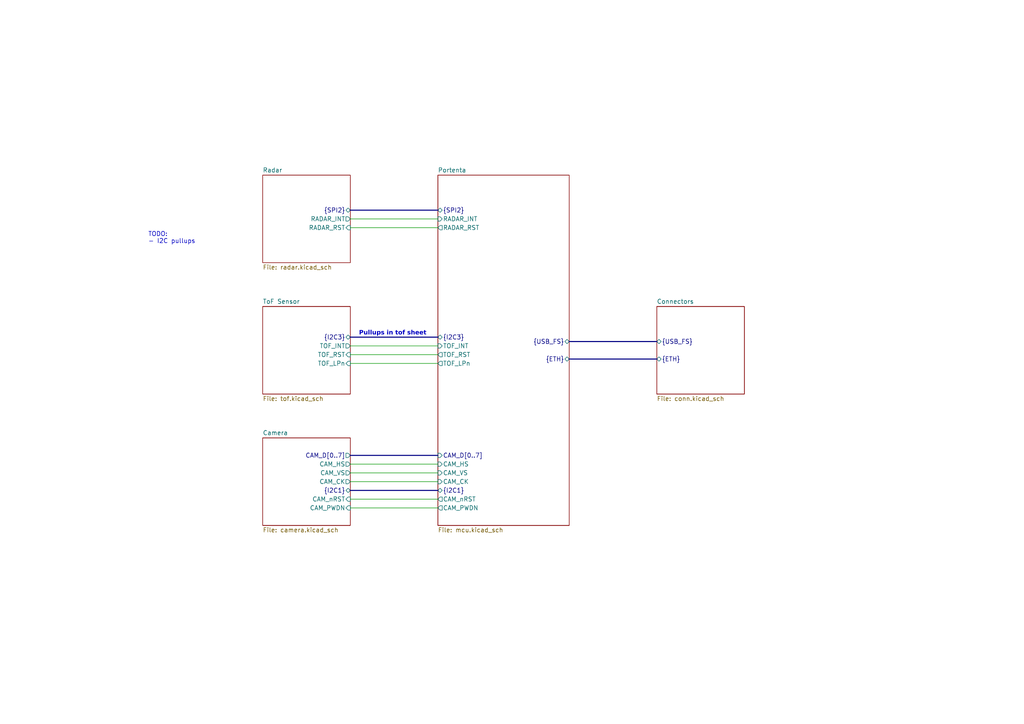
<source format=kicad_sch>
(kicad_sch (version 20230121) (generator eeschema)
  (paper "A4")
  (title_block (title "Heterogeneous radar, RGB, and ToF sensor board") (date "2023-04-12") (rev "0") (company "Center for Project-Based Learning") (comment 1 "Zoltán Marcsek"))
  (lib_symbols)
  (bus_alias "I2C3" (members "I2C3_SDA" "I2C3_SCL"))
  (bus_alias "I2C1" (members "I2C1_SDA" "I2C1_SCL"))
  (bus_alias "USB_HS" (members "USB_HS+" "USB_HS-"))
  (bus_alias "USB_FS" (members "USB_FS+" "USB_FS-"))
  (bus_alias "ETH" (members "ETH_A+" "ETH_A-" "ETH_B+" "ETH_B-" "ETH_LED1" "ETH_LED2"))
  (bus_alias "SPI2" (members "SPI2_MOSI" "SPI2_MISO" "SPI2_SCK" "SPI2_NSS"))
  (wire (pts (xy 101.6 66.04) (xy 127 66.04)))
  (wire (pts (xy 101.6 134.62) (xy 127 134.62)))
  (bus (pts (xy 165.1 99.06) (xy 190.5 99.06)))
  (bus (pts (xy 101.6 142.24) (xy 127 142.24)))
  (wire (pts (xy 101.6 100.33) (xy 127 100.33)))
  (wire (pts (xy 101.6 63.5) (xy 127 63.5)))
  (bus (pts (xy 165.1 104.14) (xy 190.5 104.14)))
  (wire (pts (xy 101.6 137.16) (xy 127 137.16)))
  (bus (pts (xy 101.6 97.79) (xy 127 97.79)))
  (wire (pts (xy 101.6 102.87) (xy 127 102.87)))
  (bus (pts (xy 101.6 60.96) (xy 127 60.96)))
  (wire (pts (xy 101.6 105.41) (xy 127 105.41)))
  (wire (pts (xy 101.6 147.32) (xy 127 147.32)))
  (wire (pts (xy 101.6 139.7) (xy 127 139.7)))
  (wire (pts (xy 101.6 144.78) (xy 127 144.78)))
  (bus (pts (xy 101.6 132.08) (xy 127 132.08)))
  (text "Pullups in tof sheet" (at 104.14 97.79 0) (effects (font (size 1.27 1.27) (thickness 0.254) bold) (justify left bottom)))
  (text "TODO:\n- I2C pullups" (at 42.9511 70.8219 0) (effects (font (size 1.27 1.27)) (justify left bottom)))
  (sheet (at 190.5 88.9) (size 25.4 25.4) (stroke (width 0.1524))
    (property "Sheetname" "Connectors" (at 190.5 88.1884 0) (effects (justify left bottom)))
    (property "Sheetfile" "conn.kicad_sch" (at 190.5 114.8846 0) (effects (justify left top)))
    (pin "{ETH}" bidirectional (at 190.5 104.14 180))
    (pin "{USB_FS}" bidirectional (at 190.5 99.06 180))
  )
  (sheet (at 127 50.8) (size 38.1 101.6) (stroke (width 0.1524))
    (property "Sheetname" "Portenta" (at 127 50.0884 0) (effects (justify left bottom)))
    (property "Sheetfile" "mcu.kicad_sch" (at 127 152.9846 0) (effects (justify left top)))
    (pin "RADAR_INT" input (at 127 63.5 180))
    (pin "RADAR_RST" output (at 127 66.04 180))
    (pin "TOF_INT" input (at 127 100.33 180))
    (pin "{ETH}" bidirectional (at 165.1 104.14 0))
    (pin "{I2C1}" bidirectional (at 127 142.24 180))
    (pin "{USB_FS}" bidirectional (at 165.1 99.06 0))
    (pin "{I2C3}" bidirectional (at 127 97.79 180))
    (pin "{SPI2}" bidirectional (at 127 60.96 180))
    (pin "TOF_RST" output (at 127 102.87 180))
    (pin "CAM_CK" input (at 127 139.7 180))
    (pin "CAM_VS" input (at 127 137.16 180))
    (pin "CAM_HS" input (at 127 134.62 180))
    (pin "CAM_D[0..7]" input (at 127 132.08 180))
    (pin "TOF_LPn" output (at 127 105.41 180))
    (pin "CAM_PWDN" output (at 127 147.32 180))
    (pin "CAM_nRST" output (at 127 144.78 180))
  )
  (sheet (at 76.2 127) (size 25.4 25.4) (stroke (width 0.1524))
    (property "Sheetname" "Camera" (at 76.2 126.2884 0) (effects (justify left bottom)))
    (property "Sheetfile" "camera.kicad_sch" (at 76.2 152.9846 0) (effects (justify left top)))
    (pin "CAM_VS" output (at 101.6 137.16 0))
    (pin "CAM_CK" output (at 101.6 139.7 0))
    (pin "CAM_HS" output (at 101.6 134.62 0))
    (pin "CAM_D[0..7]" output (at 101.6 132.08 0))
    (pin "CAM_nRST" input (at 101.6 144.78 0))
    (pin "CAM_PWDN" input (at 101.6 147.32 0))
    (pin "{I2C1}" bidirectional (at 101.6 142.24 0))
  )
  (sheet (at 76.2 88.9) (size 25.4 25.4) (stroke (width 0.1524))
    (property "Sheetname" "ToF Sensor" (at 76.2 88.1884 0) (effects (justify left bottom)))
    (property "Sheetfile" "tof.kicad_sch" (at 76.2 114.8846 0) (effects (justify left top)))
    (pin "TOF_INT" output (at 101.6 100.33 0))
    (pin "TOF_LPn" input (at 101.6 105.41 0))
    (pin "TOF_RST" input (at 101.6 102.87 0))
    (pin "{I2C3}" bidirectional (at 101.6 97.79 0))
  )
  (sheet (at 76.2 50.8) (size 25.4 25.4) (stroke (width 0.1524))
    (property "Sheetname" "Radar" (at 76.2 50.0884 0) (effects (justify left bottom)))
    (property "Sheetfile" "radar.kicad_sch" (at 76.2 76.7846 0) (effects (justify left top)))
    (pin "RADAR_INT" output (at 101.6 63.5 0))
    (pin "RADAR_RST" input (at 101.6 66.04 0))
    (pin "{SPI2}" bidirectional (at 101.6 60.96 0))
  )
)
</source>
